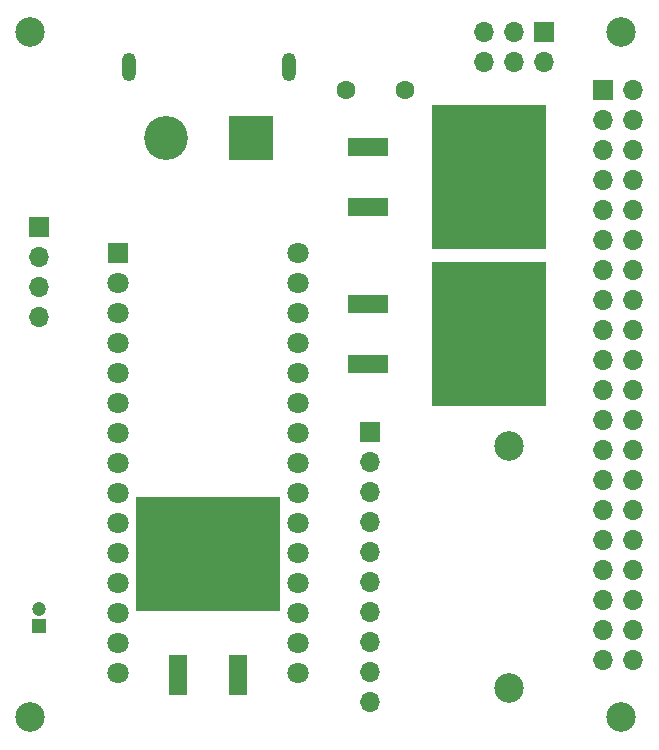
<source format=gbr>
%TF.GenerationSoftware,KiCad,Pcbnew,(6.0.2)*%
%TF.CreationDate,2022-04-23T23:31:31-04:00*%
%TF.ProjectId,Pi_HAT,50695f48-4154-42e6-9b69-6361645f7063,rev?*%
%TF.SameCoordinates,Original*%
%TF.FileFunction,Soldermask,Bot*%
%TF.FilePolarity,Negative*%
%FSLAX46Y46*%
G04 Gerber Fmt 4.6, Leading zero omitted, Abs format (unit mm)*
G04 Created by KiCad (PCBNEW (6.0.2)) date 2022-04-23 23:31:31*
%MOMM*%
%LPD*%
G01*
G04 APERTURE LIST*
%ADD10R,1.800000X1.800000*%
%ADD11C,1.800000*%
%ADD12R,1.700000X1.700000*%
%ADD13O,1.700000X1.700000*%
%ADD14C,2.500000*%
%ADD15C,1.600000*%
%ADD16R,3.716000X3.716000*%
%ADD17C,3.716000*%
%ADD18O,1.200000X2.400000*%
%ADD19R,1.200000X1.200000*%
%ADD20C,1.200000*%
%ADD21R,3.500000X1.600000*%
%ADD22R,9.750000X12.200000*%
%ADD23R,1.600000X3.500000*%
%ADD24R,12.200000X9.750000*%
G04 APERTURE END LIST*
D10*
%TO.C,TB1*%
X109880000Y-93220000D03*
D11*
X109880000Y-95760000D03*
X109880000Y-98300000D03*
X109880000Y-100840000D03*
X109880000Y-103380000D03*
X109880000Y-105920000D03*
X109880000Y-108460000D03*
X109880000Y-111000000D03*
X109880000Y-113540000D03*
X109880000Y-116080000D03*
X109880000Y-118620000D03*
X109880000Y-121160000D03*
X109880000Y-123700000D03*
X109880000Y-126240000D03*
X109880000Y-128780000D03*
X125120000Y-128780000D03*
X125120000Y-126240000D03*
X125120000Y-123700000D03*
X125120000Y-121160000D03*
X125120000Y-118620000D03*
X125120000Y-116080000D03*
X125120000Y-113540000D03*
X125120000Y-111000000D03*
X125120000Y-108460000D03*
X125120000Y-105920000D03*
X125120000Y-103380000D03*
X125120000Y-100840000D03*
X125120000Y-98300000D03*
X125120000Y-95760000D03*
X125120000Y-93220000D03*
%TD*%
D12*
%TO.C,J3*%
X146000000Y-74500000D03*
D13*
X146000000Y-77040000D03*
X143460000Y-74500000D03*
X143460000Y-77040000D03*
X140920000Y-74500000D03*
X140920000Y-77040000D03*
%TD*%
D14*
%TO.C,H1*%
X152500000Y-74500000D03*
%TD*%
%TO.C,H2*%
X102500000Y-74500000D03*
%TD*%
%TO.C,H3*%
X102500000Y-132500000D03*
%TD*%
D12*
%TO.C,J1*%
X131250000Y-108300000D03*
D13*
X131250000Y-110840000D03*
X131250000Y-113380000D03*
X131250000Y-115920000D03*
X131250000Y-118460000D03*
X131250000Y-121000000D03*
X131250000Y-123540000D03*
X131250000Y-126080000D03*
X131250000Y-128620000D03*
X131250000Y-131160000D03*
%TD*%
D14*
%TO.C,H4*%
X152500000Y-132500000D03*
%TD*%
D12*
%TO.C,J2*%
X151000000Y-79400000D03*
D13*
X153540000Y-79400000D03*
X151000000Y-81940000D03*
X153540000Y-81940000D03*
X151000000Y-84480000D03*
X153540000Y-84480000D03*
X151000000Y-87020000D03*
X153540000Y-87020000D03*
X151000000Y-89560000D03*
X153540000Y-89560000D03*
X151000000Y-92100000D03*
X153540000Y-92100000D03*
X151000000Y-94640000D03*
X153540000Y-94640000D03*
X151000000Y-97180000D03*
X153540000Y-97180000D03*
X151000000Y-99720000D03*
X153540000Y-99720000D03*
X151000000Y-102260000D03*
X153540000Y-102260000D03*
X151000000Y-104800000D03*
X153540000Y-104800000D03*
X151000000Y-107340000D03*
X153540000Y-107340000D03*
X151000000Y-109880000D03*
X153540000Y-109880000D03*
X151000000Y-112420000D03*
X153540000Y-112420000D03*
X151000000Y-114960000D03*
X153540000Y-114960000D03*
X151000000Y-117500000D03*
X153540000Y-117500000D03*
X151000000Y-120040000D03*
X153540000Y-120040000D03*
X151000000Y-122580000D03*
X153540000Y-122580000D03*
X151000000Y-125120000D03*
X153540000Y-125120000D03*
X151000000Y-127660000D03*
X153540000Y-127660000D03*
%TD*%
D15*
%TO.C,C1*%
X129200000Y-79400000D03*
X134200000Y-79400000D03*
%TD*%
D12*
%TO.C,J4*%
X103200000Y-91000000D03*
D13*
X103200000Y-93540000D03*
X103200000Y-96080000D03*
X103200000Y-98620000D03*
%TD*%
D16*
%TO.C,J5*%
X121200000Y-83465750D03*
D17*
X114000000Y-83465750D03*
D18*
X124350000Y-77465750D03*
X110850000Y-77465750D03*
%TD*%
D14*
%TO.C,H5*%
X143000000Y-109500000D03*
%TD*%
%TO.C,H6*%
X143000000Y-130000000D03*
%TD*%
D19*
%TO.C,C2*%
X103200000Y-124800000D03*
D20*
X103200000Y-123300000D03*
%TD*%
D21*
%TO.C,VR1*%
X131050000Y-89290000D03*
X131050000Y-84210000D03*
D22*
X141325000Y-86750000D03*
%TD*%
D21*
%TO.C,VR2*%
X131050000Y-102540000D03*
X131050000Y-97460000D03*
D22*
X141325000Y-100000000D03*
%TD*%
D23*
%TO.C,VR3*%
X120040000Y-128950000D03*
X114960000Y-128950000D03*
D24*
X117500000Y-118675000D03*
%TD*%
M02*

</source>
